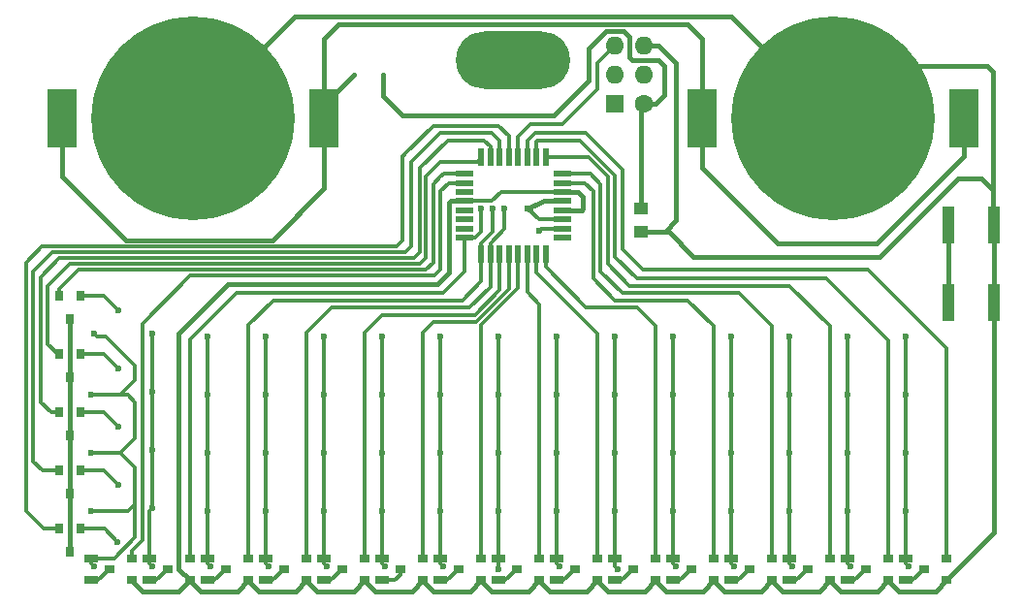
<source format=gbr>
G04 #@! TF.FileFunction,Copper,L2,Bot,Signal*
%FSLAX46Y46*%
G04 Gerber Fmt 4.6, Leading zero omitted, Abs format (unit mm)*
G04 Created by KiCad (PCBNEW 4.0.7) date 07/30/18 20:35:16*
%MOMM*%
%LPD*%
G01*
G04 APERTURE LIST*
%ADD10C,0.100000*%
%ADD11R,1.000000X3.200000*%
%ADD12R,0.800000X0.900000*%
%ADD13R,0.900000X0.800000*%
%ADD14C,17.780000*%
%ADD15R,2.540000X5.080000*%
%ADD16R,1.600000X1.600000*%
%ADD17C,1.600000*%
%ADD18O,1.600000X1.600000*%
%ADD19R,1.250000X1.000000*%
%ADD20O,10.000000X5.000000*%
%ADD21R,1.300000X0.700000*%
%ADD22R,1.600000X0.550000*%
%ADD23R,0.550000X1.600000*%
%ADD24C,0.600000*%
%ADD25C,0.406400*%
%ADD26C,0.304800*%
G04 APERTURE END LIST*
D10*
D11*
X217233000Y-97351000D03*
X213233000Y-97351000D03*
X213233000Y-90551000D03*
X217233000Y-90551000D03*
D12*
X135575000Y-117110000D03*
X137475000Y-117110000D03*
X136525000Y-119110000D03*
X135575000Y-112030000D03*
X137475000Y-112030000D03*
X136525000Y-114030000D03*
X135575000Y-106950000D03*
X137475000Y-106950000D03*
X136525000Y-108950000D03*
X135575000Y-101870000D03*
X137475000Y-101870000D03*
X136525000Y-103870000D03*
D13*
X213090000Y-119700000D03*
X213090000Y-121600000D03*
X211090000Y-120650000D03*
X208010000Y-119700000D03*
X208010000Y-121600000D03*
X206010000Y-120650000D03*
X202930000Y-119700000D03*
X202930000Y-121600000D03*
X200930000Y-120650000D03*
X197850000Y-119700000D03*
X197850000Y-121600000D03*
X195850000Y-120650000D03*
X192770000Y-119700000D03*
X192770000Y-121600000D03*
X190770000Y-120650000D03*
X187690000Y-119700000D03*
X187690000Y-121600000D03*
X185690000Y-120650000D03*
X182610000Y-119700000D03*
X182610000Y-121600000D03*
X180610000Y-120650000D03*
X177530000Y-119700000D03*
X177530000Y-121600000D03*
X175530000Y-120650000D03*
X172450000Y-119700000D03*
X172450000Y-121600000D03*
X170450000Y-120650000D03*
X167370000Y-119700000D03*
X167370000Y-121600000D03*
X165370000Y-120650000D03*
X162290000Y-119700000D03*
X162290000Y-121600000D03*
X160290000Y-120650000D03*
X157210000Y-119700000D03*
X157210000Y-121600000D03*
X155210000Y-120650000D03*
X152130000Y-119700000D03*
X152130000Y-121600000D03*
X150130000Y-120650000D03*
X147050000Y-119700000D03*
X147050000Y-121600000D03*
X145050000Y-120650000D03*
X141970000Y-119700000D03*
X141970000Y-121600000D03*
X139970000Y-120650000D03*
D14*
X203200000Y-81280000D03*
D15*
X191770000Y-81280000D03*
X214630000Y-81280000D03*
D16*
X184150000Y-80010000D03*
D17*
X186690000Y-80010000D03*
D18*
X184150000Y-77470000D03*
X186690000Y-77470000D03*
X184150000Y-74930000D03*
X186690000Y-74930000D03*
D12*
X135575000Y-96790000D03*
X137475000Y-96790000D03*
X136525000Y-98790000D03*
D14*
X147320000Y-81280000D03*
D15*
X135890000Y-81280000D03*
X158750000Y-81280000D03*
D19*
X186436000Y-89170000D03*
X186436000Y-91170000D03*
D20*
X175260000Y-76200000D03*
D21*
X138430000Y-119700000D03*
X138430000Y-121600000D03*
X143510000Y-119700000D03*
X143510000Y-121600000D03*
X148590000Y-119700000D03*
X148590000Y-121600000D03*
X153670000Y-119700000D03*
X153670000Y-121600000D03*
X158750000Y-119700000D03*
X158750000Y-121600000D03*
X163830000Y-119700000D03*
X163830000Y-121600000D03*
X168910000Y-119700000D03*
X168910000Y-121600000D03*
X173990000Y-119700000D03*
X173990000Y-121600000D03*
X179070000Y-119700000D03*
X179070000Y-121600000D03*
X184150000Y-119700000D03*
X184150000Y-121600000D03*
X189230000Y-119700000D03*
X189230000Y-121600000D03*
X194310000Y-119700000D03*
X194310000Y-121600000D03*
X199390000Y-119700000D03*
X199390000Y-121600000D03*
X204470000Y-119700000D03*
X204470000Y-121600000D03*
X209550000Y-119700000D03*
X209550000Y-121600000D03*
D22*
X179510000Y-86100000D03*
X179510000Y-86900000D03*
X179510000Y-87700000D03*
X179510000Y-88500000D03*
X179510000Y-89300000D03*
X179510000Y-90100000D03*
X179510000Y-90900000D03*
X179510000Y-91700000D03*
D23*
X178060000Y-93150000D03*
X177260000Y-93150000D03*
X176460000Y-93150000D03*
X175660000Y-93150000D03*
X174860000Y-93150000D03*
X174060000Y-93150000D03*
X173260000Y-93150000D03*
X172460000Y-93150000D03*
D22*
X171010000Y-91700000D03*
X171010000Y-90900000D03*
X171010000Y-90100000D03*
X171010000Y-89300000D03*
X171010000Y-88500000D03*
X171010000Y-87700000D03*
X171010000Y-86900000D03*
X171010000Y-86100000D03*
D23*
X172460000Y-84650000D03*
X173260000Y-84650000D03*
X174060000Y-84650000D03*
X174860000Y-84650000D03*
X175660000Y-84650000D03*
X176460000Y-84650000D03*
X177260000Y-84650000D03*
X178060000Y-84650000D03*
D24*
X186436000Y-89154000D03*
X136525000Y-98790000D03*
X176530000Y-89154000D03*
X140732729Y-103107271D03*
X143764000Y-100076000D03*
X143764000Y-105156000D03*
X143764000Y-110236000D03*
X143764000Y-115316000D03*
X143764000Y-120396000D03*
X213233000Y-96520000D03*
X177546000Y-91059000D03*
X140732729Y-98027271D03*
X138684000Y-120396000D03*
X138430000Y-115570000D03*
X138430000Y-110490000D03*
X138667271Y-100092729D03*
X138430000Y-105410000D03*
X140732729Y-108187271D03*
X140732729Y-113267271D03*
X140716000Y-118237000D03*
X148590000Y-100330000D03*
X148590000Y-105410000D03*
X148590000Y-110490000D03*
X148590000Y-115570000D03*
X148844000Y-120396000D03*
X153924000Y-120396000D03*
X153670000Y-100330000D03*
X153670000Y-105410000D03*
X153670000Y-110490000D03*
X153670000Y-115570000D03*
X158750000Y-100330000D03*
X158750000Y-105410000D03*
X158750000Y-110490000D03*
X158750000Y-115570000D03*
X159004000Y-120396000D03*
X163830000Y-100330000D03*
X163830000Y-105410000D03*
X163830000Y-110490000D03*
X163830000Y-115570000D03*
X164084000Y-120396000D03*
X168910000Y-100330000D03*
X168910000Y-105410000D03*
X168910000Y-110490000D03*
X168910000Y-115570000D03*
X169164000Y-120396000D03*
X173990000Y-120650000D03*
X173990000Y-100330000D03*
X173990000Y-105410000D03*
X173990000Y-110490000D03*
X173990000Y-115570000D03*
X179070000Y-100330000D03*
X179070000Y-105410000D03*
X179070000Y-110490000D03*
X179070000Y-115570000D03*
X179324000Y-120396000D03*
X184150000Y-100330000D03*
X184150000Y-105410000D03*
X184150000Y-110490000D03*
X184150000Y-115570000D03*
X184404000Y-120650000D03*
X189230000Y-110490000D03*
X189230000Y-100330000D03*
X189230000Y-105410000D03*
X189484000Y-120396000D03*
X189230000Y-115570000D03*
X194310000Y-100330000D03*
X194310000Y-105410000D03*
X194310000Y-110490000D03*
X194310000Y-115570000D03*
X194564000Y-120396000D03*
X199390000Y-100330000D03*
X199390000Y-105410000D03*
X199644000Y-120396000D03*
X199390000Y-110490000D03*
X199390000Y-115570000D03*
X204470000Y-100330000D03*
X204470000Y-105410000D03*
X204470000Y-110490000D03*
X204724000Y-120396000D03*
X204470000Y-115570000D03*
X209550000Y-100330000D03*
X209550000Y-105410000D03*
X209550000Y-110490000D03*
X209550000Y-115570000D03*
X209804000Y-120396000D03*
X184150000Y-80010000D03*
X173482000Y-89154000D03*
X184150000Y-77470000D03*
X172466000Y-89154000D03*
X186690000Y-77470000D03*
X174498000Y-89154000D03*
D25*
X186436000Y-89170000D02*
X186436000Y-80264000D01*
X186436000Y-80264000D02*
X186690000Y-80010000D01*
D26*
X179510000Y-90100000D02*
X177476000Y-90100000D01*
X177476000Y-90100000D02*
X176530000Y-89154000D01*
D25*
X186690000Y-80010000D02*
X187706000Y-80010000D01*
X178816000Y-81026000D02*
X176530000Y-81026000D01*
X181864000Y-77978000D02*
X178816000Y-81026000D01*
X181864000Y-75184000D02*
X181864000Y-77978000D01*
X183388000Y-73660000D02*
X181864000Y-75184000D01*
X184912000Y-73660000D02*
X183388000Y-73660000D01*
X185420000Y-74168000D02*
X184912000Y-73660000D01*
X185420000Y-75946000D02*
X185420000Y-74168000D01*
X185674000Y-76200000D02*
X185420000Y-75946000D01*
X187960000Y-76200000D02*
X185674000Y-76200000D01*
X188468000Y-76708000D02*
X187960000Y-76200000D01*
X188468000Y-79248000D02*
X188468000Y-76708000D01*
X187706000Y-80010000D02*
X188468000Y-79248000D01*
X136525000Y-103870000D02*
X136525000Y-98790000D01*
X186690000Y-80010000D02*
X186690000Y-80264000D01*
X163870000Y-79288000D02*
X163870000Y-77470000D01*
X176530000Y-81026000D02*
X165608000Y-81026000D01*
X165608000Y-81026000D02*
X163870000Y-79288000D01*
X179510000Y-88500000D02*
X177946000Y-88500000D01*
X177946000Y-88500000D02*
X176530000Y-89154000D01*
X176530000Y-89154000D02*
X176714000Y-89338000D01*
X136525000Y-114030000D02*
X136525000Y-119110000D01*
X136525000Y-108950000D02*
X136525000Y-114030000D01*
X136525000Y-103870000D02*
X136525000Y-108950000D01*
X163870000Y-77470000D02*
X163870000Y-78145000D01*
X186436000Y-91170000D02*
X188833000Y-91170000D01*
X216154000Y-86487000D02*
X217170000Y-87503000D01*
X214122000Y-86487000D02*
X216154000Y-86487000D01*
X207264000Y-93345000D02*
X214122000Y-86487000D01*
X191008000Y-93345000D02*
X207264000Y-93345000D01*
X188833000Y-91170000D02*
X191008000Y-93345000D01*
X217233000Y-97351000D02*
X217233000Y-117412000D01*
X214630000Y-120015000D02*
X213090000Y-121555000D01*
X217233000Y-117412000D02*
X214630000Y-120015000D01*
X217233000Y-90551000D02*
X217233000Y-97351000D01*
X217170000Y-90488000D02*
X217170000Y-87503000D01*
X217170000Y-87503000D02*
X217170000Y-86106000D01*
X216662000Y-76708000D02*
X207772000Y-76708000D01*
X217170000Y-77216000D02*
X216662000Y-76708000D01*
X217170000Y-86106000D02*
X217170000Y-77216000D01*
X217170000Y-90488000D02*
X217233000Y-90551000D01*
X186436000Y-91170000D02*
X188484000Y-91170000D01*
X187960000Y-74930000D02*
X189484000Y-76454000D01*
X189484000Y-76454000D02*
X189484000Y-88932000D01*
X187960000Y-74930000D02*
X186690000Y-74930000D01*
X189484000Y-90170000D02*
X189484000Y-88932000D01*
X188484000Y-91170000D02*
X189484000Y-90170000D01*
X207772000Y-76708000D02*
X203200000Y-81280000D01*
X199136000Y-81280000D02*
X203200000Y-81280000D01*
X179510000Y-87700000D02*
X180918000Y-87700000D01*
X181210000Y-89300000D02*
X179510000Y-89300000D01*
X181356000Y-89154000D02*
X181210000Y-89300000D01*
X181356000Y-88138000D02*
X181356000Y-89154000D01*
X180918000Y-87700000D02*
X181356000Y-88138000D01*
D26*
X179510000Y-87700000D02*
X174174000Y-87700000D01*
X173374000Y-88500000D02*
X171010000Y-88500000D01*
X174174000Y-87700000D02*
X173374000Y-88500000D01*
D25*
X168656000Y-95758000D02*
X150368000Y-95758000D01*
X169818000Y-88500000D02*
X169672000Y-88646000D01*
X169672000Y-88646000D02*
X169672000Y-94742000D01*
X169672000Y-94742000D02*
X168656000Y-95758000D01*
X171010000Y-88500000D02*
X169818000Y-88500000D01*
X146050000Y-120600000D02*
X147050000Y-121600000D01*
X146050000Y-100076000D02*
X146050000Y-120600000D01*
X150368000Y-95758000D02*
X146050000Y-100076000D01*
X213090000Y-121600000D02*
X213090000Y-121555000D01*
X208010000Y-121600000D02*
X208010000Y-121650000D01*
X208010000Y-121650000D02*
X208915000Y-122555000D01*
X212135000Y-122555000D02*
X213090000Y-121600000D01*
X208915000Y-122555000D02*
X212135000Y-122555000D01*
X202930000Y-121600000D02*
X202930000Y-121650000D01*
X202930000Y-121650000D02*
X203835000Y-122555000D01*
X207055000Y-122555000D02*
X208010000Y-121600000D01*
X203835000Y-122555000D02*
X207055000Y-122555000D01*
X197850000Y-121600000D02*
X197850000Y-121650000D01*
X197850000Y-121650000D02*
X198755000Y-122555000D01*
X201975000Y-122555000D02*
X202930000Y-121600000D01*
X198755000Y-122555000D02*
X201975000Y-122555000D01*
X192770000Y-121600000D02*
X192770000Y-121650000D01*
X192770000Y-121650000D02*
X193675000Y-122555000D01*
X196895000Y-122555000D02*
X197850000Y-121600000D01*
X193675000Y-122555000D02*
X196895000Y-122555000D01*
X187690000Y-121600000D02*
X187690000Y-121650000D01*
X187690000Y-121650000D02*
X188595000Y-122555000D01*
X191815000Y-122555000D02*
X192770000Y-121600000D01*
X188595000Y-122555000D02*
X191815000Y-122555000D01*
X182610000Y-121600000D02*
X182610000Y-121650000D01*
X182610000Y-121650000D02*
X183515000Y-122555000D01*
X186735000Y-122555000D02*
X187690000Y-121600000D01*
X183515000Y-122555000D02*
X186735000Y-122555000D01*
X177530000Y-121600000D02*
X177530000Y-121650000D01*
X177530000Y-121650000D02*
X178435000Y-122555000D01*
X181655000Y-122555000D02*
X182610000Y-121600000D01*
X178435000Y-122555000D02*
X181655000Y-122555000D01*
X172450000Y-121600000D02*
X172450000Y-121650000D01*
X172450000Y-121650000D02*
X173355000Y-122555000D01*
X176575000Y-122555000D02*
X177530000Y-121600000D01*
X173355000Y-122555000D02*
X176575000Y-122555000D01*
X167370000Y-121600000D02*
X167370000Y-121650000D01*
X167370000Y-121650000D02*
X168275000Y-122555000D01*
X171495000Y-122555000D02*
X172450000Y-121600000D01*
X168275000Y-122555000D02*
X171495000Y-122555000D01*
X162290000Y-121600000D02*
X162290000Y-121650000D01*
X162290000Y-121650000D02*
X163195000Y-122555000D01*
X166415000Y-122555000D02*
X167370000Y-121600000D01*
X163195000Y-122555000D02*
X166415000Y-122555000D01*
X157210000Y-121600000D02*
X157210000Y-121650000D01*
X157210000Y-121650000D02*
X158115000Y-122555000D01*
X161335000Y-122555000D02*
X162290000Y-121600000D01*
X158115000Y-122555000D02*
X161335000Y-122555000D01*
X152130000Y-121600000D02*
X152130000Y-121650000D01*
X152130000Y-121650000D02*
X153035000Y-122555000D01*
X156255000Y-122555000D02*
X157210000Y-121600000D01*
X153035000Y-122555000D02*
X156255000Y-122555000D01*
X147050000Y-121600000D02*
X147050000Y-121650000D01*
X147050000Y-121650000D02*
X147955000Y-122555000D01*
X151175000Y-122555000D02*
X152130000Y-121600000D01*
X147955000Y-122555000D02*
X151175000Y-122555000D01*
X141970000Y-121600000D02*
X141970000Y-121650000D01*
X141970000Y-121650000D02*
X142875000Y-122555000D01*
X142875000Y-122555000D02*
X146050000Y-122555000D01*
X146050000Y-122555000D02*
X147005000Y-121600000D01*
X147005000Y-121600000D02*
X147050000Y-121600000D01*
X147320000Y-81280000D02*
X156210000Y-72390000D01*
X194310000Y-72390000D02*
X203200000Y-81280000D01*
X156210000Y-72390000D02*
X194310000Y-72390000D01*
D26*
X140732729Y-103107271D02*
X139495458Y-101870000D01*
X139495458Y-101870000D02*
X137475000Y-101870000D01*
X143764000Y-105156000D02*
X143764000Y-100076000D01*
X143764000Y-110236000D02*
X143764000Y-105156000D01*
X143764000Y-115316000D02*
X143764000Y-110236000D01*
X143510000Y-119700000D02*
X143510000Y-115570000D01*
X143510000Y-115570000D02*
X143764000Y-115316000D01*
X143510000Y-119700000D02*
X143510000Y-120142000D01*
X143510000Y-120142000D02*
X143764000Y-120396000D01*
X175660000Y-84650000D02*
X175660000Y-82912000D01*
X182626000Y-76454000D02*
X184150000Y-74930000D01*
X182626000Y-78740000D02*
X182626000Y-76454000D01*
X179578000Y-81788000D02*
X182626000Y-78740000D01*
X176784000Y-81788000D02*
X179578000Y-81788000D01*
X175660000Y-82912000D02*
X176784000Y-81788000D01*
X168910000Y-93980000D02*
X168910000Y-94488000D01*
X141970000Y-119700000D02*
X141970000Y-119015000D01*
X169640000Y-86900000D02*
X171010000Y-86900000D01*
X168910000Y-87630000D02*
X169640000Y-86900000D01*
X142875000Y-118110000D02*
X142875000Y-100330000D01*
X141970000Y-119015000D02*
X142875000Y-118110000D01*
X142875000Y-100330000D02*
X142875000Y-99187000D01*
X168910000Y-93980000D02*
X168910000Y-87630000D01*
X147066000Y-94996000D02*
X142875000Y-99187000D01*
X168402000Y-94996000D02*
X147066000Y-94996000D01*
X168910000Y-94488000D02*
X168402000Y-94996000D01*
X168275000Y-93345000D02*
X168275000Y-93853000D01*
X169170000Y-86100000D02*
X168910000Y-86360000D01*
X135575000Y-96790000D02*
X135575000Y-96200000D01*
X168275000Y-86995000D02*
X168910000Y-86360000D01*
X169170000Y-86100000D02*
X171010000Y-86100000D01*
X168275000Y-93345000D02*
X168275000Y-86995000D01*
X137287000Y-94488000D02*
X135575000Y-96200000D01*
X167640000Y-94488000D02*
X137287000Y-94488000D01*
X168275000Y-93853000D02*
X167640000Y-94488000D01*
X167640000Y-92710000D02*
X167640000Y-93472000D01*
X172460000Y-84715000D02*
X172085000Y-85090000D01*
X172085000Y-85090000D02*
X168910000Y-85090000D01*
X168910000Y-85090000D02*
X167640000Y-86360000D01*
X134620000Y-100965000D02*
X135525000Y-101870000D01*
X134620000Y-100965000D02*
X134620000Y-95885000D01*
X167640000Y-86360000D02*
X167640000Y-92710000D01*
X136525000Y-93980000D02*
X134620000Y-95885000D01*
X167132000Y-93980000D02*
X136525000Y-93980000D01*
X167640000Y-93472000D02*
X167132000Y-93980000D01*
X172460000Y-84650000D02*
X172460000Y-84715000D01*
X135575000Y-101870000D02*
X135525000Y-101870000D01*
X133985000Y-95250000D02*
X133985000Y-95123000D01*
X173260000Y-83725000D02*
X172720000Y-83185000D01*
X172720000Y-83185000D02*
X169545000Y-83185000D01*
X169545000Y-83185000D02*
X167135198Y-85594802D01*
X133985000Y-95250000D02*
X133985000Y-106045000D01*
X135575000Y-106950000D02*
X134890000Y-106950000D01*
X134890000Y-106950000D02*
X133985000Y-106045000D01*
X173260000Y-83725000D02*
X173260000Y-84650000D01*
X167135198Y-85594802D02*
X167135198Y-91944802D01*
X167135198Y-92960802D02*
X167135198Y-91944802D01*
X166620802Y-93475198D02*
X167135198Y-92960802D01*
X135632802Y-93475198D02*
X166620802Y-93475198D01*
X133985000Y-95123000D02*
X135632802Y-93475198D01*
X166370000Y-91440000D02*
X166370000Y-92456000D01*
X166370000Y-85090000D02*
X168910000Y-82550000D01*
X168910000Y-82550000D02*
X173355000Y-82550000D01*
X173355000Y-82550000D02*
X174060000Y-83255000D01*
X174060000Y-84650000D02*
X174060000Y-83255000D01*
X134124802Y-112030000D02*
X135575000Y-112030000D01*
X134124802Y-112030000D02*
X133350000Y-111255198D01*
X133350000Y-111255198D02*
X133350000Y-94615000D01*
X166370000Y-91440000D02*
X166370000Y-85090000D01*
X134994604Y-92970396D02*
X133350000Y-94615000D01*
X165855604Y-92970396D02*
X134994604Y-92970396D01*
X166370000Y-92456000D02*
X165855604Y-92970396D01*
X132715000Y-93980000D02*
X132715000Y-93853000D01*
X135575000Y-117110000D02*
X134255000Y-117110000D01*
X134255000Y-117110000D02*
X132715000Y-115570000D01*
X132715000Y-115570000D02*
X132715000Y-93980000D01*
X165608000Y-84582000D02*
X165862000Y-84328000D01*
X165608000Y-91948000D02*
X165608000Y-84582000D01*
X165100000Y-92456000D02*
X165608000Y-91948000D01*
X165090406Y-92465594D02*
X165100000Y-92456000D01*
X134102406Y-92465594D02*
X165090406Y-92465594D01*
X132715000Y-93853000D02*
X134102406Y-92465594D01*
X174860000Y-82785000D02*
X174860000Y-84650000D01*
X173990000Y-81915000D02*
X174860000Y-82785000D01*
X168275000Y-81915000D02*
X173990000Y-81915000D01*
X165735000Y-84455000D02*
X165862000Y-84328000D01*
X165862000Y-84328000D02*
X168275000Y-81915000D01*
D25*
X213233000Y-90551000D02*
X213233000Y-97351000D01*
D26*
X179510000Y-90900000D02*
X177705000Y-90900000D01*
X213233000Y-96520000D02*
X213233000Y-97351000D01*
X177705000Y-90900000D02*
X177546000Y-91059000D01*
D25*
X191770000Y-81280000D02*
X191770000Y-85598000D01*
X214630000Y-84582000D02*
X214630000Y-81280000D01*
X207010000Y-92202000D02*
X214630000Y-84582000D01*
X198374000Y-92202000D02*
X207010000Y-92202000D01*
X191770000Y-85598000D02*
X198374000Y-92202000D01*
X135890000Y-81280000D02*
X135890000Y-86360000D01*
X158750000Y-87376000D02*
X158750000Y-81280000D01*
X154216008Y-91909992D02*
X158750000Y-87376000D01*
X141439992Y-91909992D02*
X154216008Y-91909992D01*
X135890000Y-86360000D02*
X141439992Y-91909992D01*
X158750000Y-81280000D02*
X158750000Y-80050000D01*
X158750000Y-80050000D02*
X161330000Y-77470000D01*
X158750000Y-81280000D02*
X158750000Y-74295000D01*
X191770000Y-74295000D02*
X191770000Y-81280000D01*
X190500000Y-73025000D02*
X191770000Y-74295000D01*
X160020000Y-73025000D02*
X190500000Y-73025000D01*
X158750000Y-74295000D02*
X160020000Y-73025000D01*
D26*
X138430000Y-121600000D02*
X139020000Y-121600000D01*
X139020000Y-121600000D02*
X139970000Y-120650000D01*
X143510000Y-121600000D02*
X144100000Y-121600000D01*
X144100000Y-121600000D02*
X145050000Y-120650000D01*
X148590000Y-121600000D02*
X149180000Y-121600000D01*
X149180000Y-121600000D02*
X150130000Y-120650000D01*
X153670000Y-121600000D02*
X154260000Y-121600000D01*
X154260000Y-121600000D02*
X155210000Y-120650000D01*
X158750000Y-121600000D02*
X159340000Y-121600000D01*
X159340000Y-121600000D02*
X160290000Y-120650000D01*
X163830000Y-121600000D02*
X164912000Y-121600000D01*
X165370000Y-121142000D02*
X165370000Y-120650000D01*
X164912000Y-121600000D02*
X165370000Y-121142000D01*
X168910000Y-121600000D02*
X169500000Y-121600000D01*
X169500000Y-121600000D02*
X170450000Y-120650000D01*
X139495458Y-96790000D02*
X137475000Y-96790000D01*
X140732729Y-98027271D02*
X139495458Y-96790000D01*
X138430000Y-119700000D02*
X138430000Y-120142000D01*
X138430000Y-120142000D02*
X138684000Y-120396000D01*
X138430000Y-119700000D02*
X140396000Y-119700000D01*
X142240000Y-117856000D02*
X142240000Y-114935000D01*
X140396000Y-119700000D02*
X142240000Y-117856000D01*
X140970000Y-110490000D02*
X142240000Y-111760000D01*
X141605000Y-115570000D02*
X138430000Y-115570000D01*
X142240000Y-114935000D02*
X141605000Y-115570000D01*
X142240000Y-111760000D02*
X142240000Y-114935000D01*
X140970000Y-105410000D02*
X141605000Y-105410000D01*
X140970000Y-110490000D02*
X138430000Y-110490000D01*
X142240000Y-109220000D02*
X140970000Y-110490000D01*
X142240000Y-106045000D02*
X142240000Y-109220000D01*
X141605000Y-105410000D02*
X142240000Y-106045000D01*
X140970000Y-105410000D02*
X138430000Y-105410000D01*
X138667271Y-100092729D02*
X138904542Y-100330000D01*
X138904542Y-100330000D02*
X139700000Y-100330000D01*
X139700000Y-100330000D02*
X142240000Y-102870000D01*
X142240000Y-102870000D02*
X142240000Y-104140000D01*
X140970000Y-105410000D02*
X142240000Y-104140000D01*
X139495458Y-106950000D02*
X137475000Y-106950000D01*
X140732729Y-108187271D02*
X139495458Y-106950000D01*
X139495458Y-112030000D02*
X137475000Y-112030000D01*
X140732729Y-113267271D02*
X139495458Y-112030000D01*
X137475000Y-117110000D02*
X139589000Y-117110000D01*
X139589000Y-117110000D02*
X140716000Y-118237000D01*
X148590000Y-105410000D02*
X148590000Y-100330000D01*
X148590000Y-110490000D02*
X148590000Y-105410000D01*
X148590000Y-115570000D02*
X148590000Y-110490000D01*
X148590000Y-119700000D02*
X148590000Y-115570000D01*
X148590000Y-119700000D02*
X148590000Y-120142000D01*
X148590000Y-120142000D02*
X148844000Y-120396000D01*
X153670000Y-119700000D02*
X153670000Y-120142000D01*
X153670000Y-120142000D02*
X153924000Y-120396000D01*
X153670000Y-105410000D02*
X153670000Y-100330000D01*
X153670000Y-110490000D02*
X153670000Y-105410000D01*
X153670000Y-115570000D02*
X153670000Y-110490000D01*
X153670000Y-119700000D02*
X153670000Y-115570000D01*
X158750000Y-105410000D02*
X158750000Y-100330000D01*
X158750000Y-110490000D02*
X158750000Y-105410000D01*
X158750000Y-115570000D02*
X158750000Y-110490000D01*
X158750000Y-119700000D02*
X158750000Y-115570000D01*
X158750000Y-119700000D02*
X158750000Y-120142000D01*
X158750000Y-120142000D02*
X159004000Y-120396000D01*
X163830000Y-105410000D02*
X163830000Y-100330000D01*
X163830000Y-110490000D02*
X163830000Y-105410000D01*
X163830000Y-115570000D02*
X163830000Y-110490000D01*
X163830000Y-119700000D02*
X163830000Y-115570000D01*
X163830000Y-119700000D02*
X163830000Y-120142000D01*
X163830000Y-120142000D02*
X164084000Y-120396000D01*
X168910000Y-105410000D02*
X168910000Y-100330000D01*
X168910000Y-110490000D02*
X168910000Y-105410000D01*
X168910000Y-115570000D02*
X168910000Y-110490000D01*
X168910000Y-119700000D02*
X168910000Y-115570000D01*
X168910000Y-119700000D02*
X168910000Y-120142000D01*
X168910000Y-120142000D02*
X169164000Y-120396000D01*
X173990000Y-119700000D02*
X173990000Y-120650000D01*
X173990000Y-105410000D02*
X173990000Y-100330000D01*
X173990000Y-110490000D02*
X173990000Y-105410000D01*
X173990000Y-115570000D02*
X173990000Y-110490000D01*
X173990000Y-119700000D02*
X173990000Y-115570000D01*
X179070000Y-105410000D02*
X179070000Y-100330000D01*
X179070000Y-110490000D02*
X179070000Y-105410000D01*
X179070000Y-115570000D02*
X179070000Y-110490000D01*
X179070000Y-119700000D02*
X179070000Y-115570000D01*
X179070000Y-119700000D02*
X179070000Y-120142000D01*
X179070000Y-120142000D02*
X179324000Y-120396000D01*
X184150000Y-105410000D02*
X184150000Y-100330000D01*
X184150000Y-110490000D02*
X184150000Y-105410000D01*
X184150000Y-115570000D02*
X184150000Y-110490000D01*
X184150000Y-119700000D02*
X184150000Y-115570000D01*
X184150000Y-119700000D02*
X184150000Y-120396000D01*
X184150000Y-120396000D02*
X184404000Y-120650000D01*
X189230000Y-105410000D02*
X189230000Y-100330000D01*
X189230000Y-115570000D02*
X189230000Y-110490000D01*
X189230000Y-110490000D02*
X189230000Y-105410000D01*
X189230000Y-119700000D02*
X189230000Y-120142000D01*
X189230000Y-120142000D02*
X189484000Y-120396000D01*
X189230000Y-119700000D02*
X189230000Y-115570000D01*
X194310000Y-105410000D02*
X194310000Y-100330000D01*
X194310000Y-110490000D02*
X194310000Y-105410000D01*
X194310000Y-115570000D02*
X194310000Y-110490000D01*
X194310000Y-119700000D02*
X194310000Y-115570000D01*
X194310000Y-119700000D02*
X194310000Y-120142000D01*
X194310000Y-120142000D02*
X194564000Y-120396000D01*
X199390000Y-105410000D02*
X199390000Y-100330000D01*
X199390000Y-110490000D02*
X199390000Y-105410000D01*
X199390000Y-119700000D02*
X199390000Y-120142000D01*
X199390000Y-120142000D02*
X199644000Y-120396000D01*
X199390000Y-115570000D02*
X199390000Y-110490000D01*
X199390000Y-119700000D02*
X199390000Y-115570000D01*
X204470000Y-105410000D02*
X204470000Y-100330000D01*
X204470000Y-110490000D02*
X204470000Y-105410000D01*
X204470000Y-115570000D02*
X204470000Y-110490000D01*
X204470000Y-119700000D02*
X204470000Y-120142000D01*
X204470000Y-120142000D02*
X204724000Y-120396000D01*
X204470000Y-119700000D02*
X204470000Y-115570000D01*
X209550000Y-105410000D02*
X209550000Y-100330000D01*
X209550000Y-110490000D02*
X209550000Y-105410000D01*
X209550000Y-115570000D02*
X209550000Y-110490000D01*
X209550000Y-119700000D02*
X209550000Y-115570000D01*
X209550000Y-119700000D02*
X209550000Y-120142000D01*
X209550000Y-120142000D02*
X209804000Y-120396000D01*
X173990000Y-121600000D02*
X174580000Y-121600000D01*
X174580000Y-121600000D02*
X175530000Y-120650000D01*
X179070000Y-121600000D02*
X179660000Y-121600000D01*
X179660000Y-121600000D02*
X180610000Y-120650000D01*
X184150000Y-121600000D02*
X184740000Y-121600000D01*
X184740000Y-121600000D02*
X185690000Y-120650000D01*
X189230000Y-121600000D02*
X189820000Y-121600000D01*
X189820000Y-121600000D02*
X190770000Y-120650000D01*
X194310000Y-121600000D02*
X194900000Y-121600000D01*
X194900000Y-121600000D02*
X195850000Y-120650000D01*
X199390000Y-121600000D02*
X199980000Y-121600000D01*
X199980000Y-121600000D02*
X200930000Y-120650000D01*
X204470000Y-121600000D02*
X205060000Y-121600000D01*
X205060000Y-121600000D02*
X206010000Y-120650000D01*
X209550000Y-121600000D02*
X210140000Y-121600000D01*
X210140000Y-121600000D02*
X211090000Y-120650000D01*
X172460000Y-93150000D02*
X172460000Y-92208000D01*
X173482000Y-91186000D02*
X173482000Y-89154000D01*
X172460000Y-92208000D02*
X173482000Y-91186000D01*
X172460000Y-93150000D02*
X172460000Y-95510000D01*
X152130000Y-99330000D02*
X152130000Y-119700000D01*
X154305000Y-97155000D02*
X152130000Y-99330000D01*
X170815000Y-97155000D02*
X154305000Y-97155000D01*
X172460000Y-95510000D02*
X170815000Y-97155000D01*
X147050000Y-119700000D02*
X147050000Y-100600000D01*
X171010000Y-94674000D02*
X171010000Y-91700000D01*
X169164000Y-96520000D02*
X171010000Y-94674000D01*
X151130000Y-96520000D02*
X169164000Y-96520000D01*
X147050000Y-100600000D02*
X151130000Y-96520000D01*
X171010000Y-91700000D02*
X171952000Y-91700000D01*
X172466000Y-91186000D02*
X172466000Y-89154000D01*
X171952000Y-91700000D02*
X172466000Y-91186000D01*
X173260000Y-93150000D02*
X173260000Y-92170000D01*
X174498000Y-90932000D02*
X174498000Y-89154000D01*
X173260000Y-92170000D02*
X174498000Y-90932000D01*
X157210000Y-119700000D02*
X157210000Y-99965000D01*
X173260000Y-95980000D02*
X173260000Y-93150000D01*
X171450000Y-97790000D02*
X173260000Y-95980000D01*
X159385000Y-97790000D02*
X171450000Y-97790000D01*
X157210000Y-99965000D02*
X159385000Y-97790000D01*
X179510000Y-86100000D02*
X181985000Y-86100000D01*
X197850000Y-99425000D02*
X197850000Y-119700000D01*
X194945000Y-96520000D02*
X197850000Y-99425000D01*
X184785000Y-96520000D02*
X194945000Y-96520000D01*
X182880000Y-94615000D02*
X184785000Y-96520000D01*
X182880000Y-86995000D02*
X182880000Y-94615000D01*
X181985000Y-86100000D02*
X182880000Y-86995000D01*
X192770000Y-119700000D02*
X192770000Y-99425000D01*
X181515000Y-86900000D02*
X179510000Y-86900000D01*
X182245000Y-87630000D02*
X181515000Y-86900000D01*
X182245000Y-95250000D02*
X182245000Y-87630000D01*
X184150000Y-97155000D02*
X182245000Y-95250000D01*
X190500000Y-97155000D02*
X184150000Y-97155000D01*
X192770000Y-99425000D02*
X190500000Y-97155000D01*
X187690000Y-119700000D02*
X187690000Y-99425000D01*
X178060000Y-94240000D02*
X178060000Y-93150000D01*
X181610000Y-97790000D02*
X178060000Y-94240000D01*
X186055000Y-97790000D02*
X181610000Y-97790000D01*
X187690000Y-99425000D02*
X186055000Y-97790000D01*
X182610000Y-119700000D02*
X182610000Y-100060000D01*
X177260000Y-94710000D02*
X177260000Y-93150000D01*
X182610000Y-100060000D02*
X177260000Y-94710000D01*
X177530000Y-119700000D02*
X177530000Y-97520000D01*
X176460000Y-96450000D02*
X176460000Y-93150000D01*
X177530000Y-97520000D02*
X176460000Y-96450000D01*
X175660000Y-93150000D02*
X175660000Y-96120000D01*
X172450000Y-99330000D02*
X172450000Y-119700000D01*
X175660000Y-96120000D02*
X172450000Y-99330000D01*
X167370000Y-119700000D02*
X167370000Y-99965000D01*
X174860000Y-96206102D02*
X174860000Y-93150000D01*
X172006102Y-99060000D02*
X174860000Y-96206102D01*
X168275000Y-99060000D02*
X172006102Y-99060000D01*
X167370000Y-99965000D02*
X168275000Y-99060000D01*
X174060000Y-93150000D02*
X174060000Y-96292204D01*
X162290000Y-99965000D02*
X162290000Y-119700000D01*
X163830000Y-98425000D02*
X162290000Y-99965000D01*
X171927204Y-98425000D02*
X163830000Y-98425000D01*
X174060000Y-96292204D02*
X171927204Y-98425000D01*
X184785000Y-92710000D02*
X186563000Y-94488000D01*
X184785000Y-92710000D02*
X184785000Y-85725000D01*
X184785000Y-85725000D02*
X181610000Y-82550000D01*
X181610000Y-82550000D02*
X177165000Y-82550000D01*
X177165000Y-82550000D02*
X176460000Y-83255000D01*
X176460000Y-84650000D02*
X176460000Y-83255000D01*
X213090000Y-101330000D02*
X206248000Y-94488000D01*
X206248000Y-94488000D02*
X186563000Y-94488000D01*
X213090000Y-101330000D02*
X213090000Y-119700000D01*
X177260000Y-84650000D02*
X177260000Y-83280000D01*
X208010000Y-100695000D02*
X208010000Y-119700000D01*
X202565000Y-95250000D02*
X208010000Y-100695000D01*
X186055000Y-95250000D02*
X202565000Y-95250000D01*
X184150000Y-93345000D02*
X186055000Y-95250000D01*
X184150000Y-86281102D02*
X184150000Y-93345000D01*
X181053898Y-83185000D02*
X184150000Y-86281102D01*
X177355000Y-83185000D02*
X181053898Y-83185000D01*
X177260000Y-83280000D02*
X177355000Y-83185000D01*
X202930000Y-119700000D02*
X202930000Y-99425000D01*
X181805000Y-84650000D02*
X178060000Y-84650000D01*
X183515000Y-86360000D02*
X181805000Y-84650000D01*
X183515000Y-93980000D02*
X183515000Y-86360000D01*
X185420000Y-95885000D02*
X183515000Y-93980000D01*
X199390000Y-95885000D02*
X185420000Y-95885000D01*
X202930000Y-99425000D02*
X199390000Y-95885000D01*
M02*

</source>
